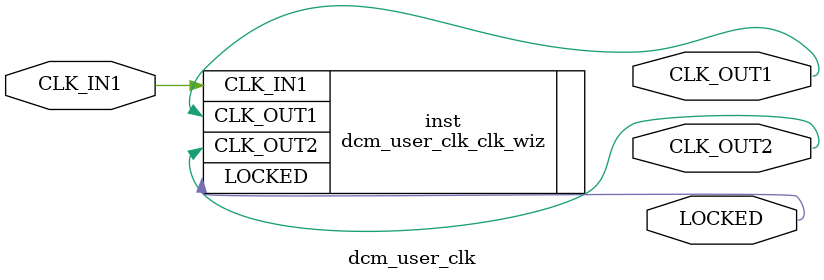
<source format=v>


`timescale 1ps/1ps

(* CORE_GENERATION_INFO = "dcm_user_clk,clk_wiz_v6_0_16_0_0,{component_name=dcm_user_clk,use_phase_alignment=true,use_min_o_jitter=false,use_max_i_jitter=false,use_dyn_phase_shift=false,use_inclk_switchover=false,use_dyn_reconfig=false,enable_axi=0,feedback_source=FDBK_AUTO,PRIMITIVE=MMCM,num_out_clk=2,clkin1_period=6.400,clkin2_period=10.000,use_power_down=false,use_reset=false,use_locked=true,use_inclk_stopped=false,feedback_type=SINGLE,CLOCK_MGR_TYPE=NA,manual_override=false}" *)

module dcm_user_clk 
 (
  // Clock out ports
  output        CLK_OUT1,
  output        CLK_OUT2,
  // Status and control signals
  output        LOCKED,
 // Clock in ports
  input         CLK_IN1
 );

  dcm_user_clk_clk_wiz inst
  (
  // Clock out ports  
  .CLK_OUT1(CLK_OUT1),
  .CLK_OUT2(CLK_OUT2),
  // Status and control signals               
  .LOCKED(LOCKED),
 // Clock in ports
  .CLK_IN1(CLK_IN1)
  );

endmodule

</source>
